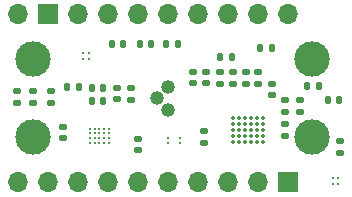
<source format=gts>
G04 #@! TF.GenerationSoftware,KiCad,Pcbnew,(6.0.8)*
G04 #@! TF.CreationDate,2022-11-24T15:47:20+02:00*
G04 #@! TF.ProjectId,sensor,73656e73-6f72-42e6-9b69-6361645f7063,rev?*
G04 #@! TF.SameCoordinates,Original*
G04 #@! TF.FileFunction,Soldermask,Top*
G04 #@! TF.FilePolarity,Negative*
%FSLAX46Y46*%
G04 Gerber Fmt 4.6, Leading zero omitted, Abs format (unit mm)*
G04 Created by KiCad (PCBNEW (6.0.8)) date 2022-11-24 15:47:20*
%MOMM*%
%LPD*%
G01*
G04 APERTURE LIST*
G04 Aperture macros list*
%AMRoundRect*
0 Rectangle with rounded corners*
0 $1 Rounding radius*
0 $2 $3 $4 $5 $6 $7 $8 $9 X,Y pos of 4 corners*
0 Add a 4 corners polygon primitive as box body*
4,1,4,$2,$3,$4,$5,$6,$7,$8,$9,$2,$3,0*
0 Add four circle primitives for the rounded corners*
1,1,$1+$1,$2,$3*
1,1,$1+$1,$4,$5*
1,1,$1+$1,$6,$7*
1,1,$1+$1,$8,$9*
0 Add four rect primitives between the rounded corners*
20,1,$1+$1,$2,$3,$4,$5,0*
20,1,$1+$1,$4,$5,$6,$7,0*
20,1,$1+$1,$6,$7,$8,$9,0*
20,1,$1+$1,$8,$9,$2,$3,0*%
G04 Aperture macros list end*
%ADD10RoundRect,0.140000X-0.140000X-0.170000X0.140000X-0.170000X0.140000X0.170000X-0.140000X0.170000X0*%
%ADD11RoundRect,0.140000X0.170000X-0.140000X0.170000X0.140000X-0.170000X0.140000X-0.170000X-0.140000X0*%
%ADD12RoundRect,0.140000X-0.170000X0.140000X-0.170000X-0.140000X0.170000X-0.140000X0.170000X0.140000X0*%
%ADD13C,0.306000*%
%ADD14RoundRect,0.135000X0.185000X-0.135000X0.185000X0.135000X-0.185000X0.135000X-0.185000X-0.135000X0*%
%ADD15O,1.700000X1.700000*%
%ADD16R,1.700000X1.700000*%
%ADD17RoundRect,0.135000X-0.135000X-0.185000X0.135000X-0.185000X0.135000X0.185000X-0.135000X0.185000X0*%
%ADD18RoundRect,0.135000X0.135000X0.185000X-0.135000X0.185000X-0.135000X-0.185000X0.135000X-0.185000X0*%
%ADD19RoundRect,0.140000X0.140000X0.170000X-0.140000X0.170000X-0.140000X-0.170000X0.140000X-0.170000X0*%
%ADD20C,0.216000*%
%ADD21C,0.340000*%
%ADD22C,0.250000*%
%ADD23C,3.000000*%
%ADD24C,1.192000*%
G04 APERTURE END LIST*
D10*
X135714800Y-77063600D03*
X136674800Y-77063600D03*
D11*
X150825200Y-76730800D03*
X150825200Y-75770800D03*
D12*
X155422600Y-78158400D03*
X155422600Y-79118400D03*
D11*
X148640800Y-76730800D03*
X148640800Y-75770800D03*
D13*
X137037000Y-74172000D03*
X137537000Y-74172000D03*
X137037000Y-74672000D03*
X137537000Y-74672000D03*
D14*
X134366000Y-78361000D03*
X134366000Y-77341000D03*
D11*
X149758400Y-76730800D03*
X149758400Y-75770800D03*
D10*
X157787400Y-78155800D03*
X158747400Y-78155800D03*
D11*
X154178000Y-81150400D03*
X154178000Y-80190400D03*
D15*
X131572000Y-70866000D03*
D16*
X134112000Y-70866000D03*
D15*
X136652000Y-70866000D03*
X139192000Y-70866000D03*
X141732000Y-70866000D03*
X144272000Y-70866000D03*
X146812000Y-70866000D03*
X149352000Y-70866000D03*
X151892000Y-70866000D03*
X154432000Y-70866000D03*
D17*
X152017000Y-73685400D03*
X153037000Y-73685400D03*
D18*
X145063400Y-73355200D03*
X144043400Y-73355200D03*
D14*
X141097000Y-78107000D03*
X141097000Y-77087000D03*
X147320000Y-81764600D03*
X147320000Y-80744600D03*
D12*
X151866600Y-75770800D03*
X151866600Y-76730800D03*
D11*
X153035000Y-77696000D03*
X153035000Y-76736000D03*
D12*
X154178000Y-78158400D03*
X154178000Y-79118400D03*
D11*
X147472400Y-76705400D03*
X147472400Y-75745400D03*
D19*
X138755000Y-77089000D03*
X137795000Y-77089000D03*
D11*
X141732000Y-82395000D03*
X141732000Y-81435000D03*
X135382000Y-81379000D03*
X135382000Y-80419000D03*
X146380200Y-76705400D03*
X146380200Y-75745400D03*
D13*
X158169800Y-84713000D03*
X158669800Y-84713000D03*
X158169800Y-85213000D03*
X158669800Y-85213000D03*
D14*
X131445000Y-78361000D03*
X131445000Y-77341000D03*
D18*
X149658800Y-74523600D03*
X148638800Y-74523600D03*
D11*
X139903200Y-78077000D03*
X139903200Y-77117000D03*
D20*
X139230000Y-81753000D03*
X138830000Y-81753000D03*
X138430000Y-81753000D03*
X138030000Y-81753000D03*
X137630000Y-81753000D03*
X139230000Y-81353000D03*
X138830000Y-81353000D03*
X138430000Y-81353000D03*
X138030000Y-81353000D03*
X137630000Y-81353000D03*
X139230000Y-80953000D03*
X138830000Y-80953000D03*
X138430000Y-80953000D03*
X138030000Y-80953000D03*
X137630000Y-80953000D03*
X139230000Y-80553000D03*
X138830000Y-80553000D03*
X138430000Y-80553000D03*
X138030000Y-80553000D03*
X137630000Y-80553000D03*
D10*
X156034800Y-76936600D03*
X156994800Y-76936600D03*
X139499400Y-73355200D03*
X140459400Y-73355200D03*
D11*
X158775400Y-82572800D03*
X158775400Y-81612800D03*
D21*
X149753000Y-79645000D03*
X150253000Y-79645000D03*
X150753000Y-79645000D03*
X151253000Y-79645000D03*
X151753000Y-79645000D03*
X152253000Y-79645000D03*
X149753000Y-80145000D03*
X150253000Y-80145000D03*
X150753000Y-80145000D03*
X151253000Y-80145000D03*
X151753000Y-80145000D03*
X152253000Y-80145000D03*
X149753000Y-80645000D03*
X150253000Y-80645000D03*
X150753000Y-80645000D03*
X151253000Y-80645000D03*
X151753000Y-80645000D03*
X152253000Y-80645000D03*
X149753000Y-81145000D03*
X150253000Y-81145000D03*
X150753000Y-81145000D03*
X151253000Y-81145000D03*
X151753000Y-81145000D03*
X152253000Y-81145000D03*
X149753000Y-81645000D03*
X150253000Y-81645000D03*
X150753000Y-81645000D03*
X151253000Y-81645000D03*
X151753000Y-81645000D03*
X152253000Y-81645000D03*
D10*
X141861600Y-73355200D03*
X142821600Y-73355200D03*
D22*
X144229200Y-81764400D03*
X145229200Y-81764400D03*
X145229200Y-81354400D03*
X144229200Y-81354400D03*
D15*
X131572000Y-85090000D03*
X134112000Y-85090000D03*
X136652000Y-85090000D03*
X139192000Y-85090000D03*
X141732000Y-85090000D03*
X144272000Y-85090000D03*
X146812000Y-85090000D03*
X149352000Y-85090000D03*
X151892000Y-85090000D03*
D16*
X154432000Y-85090000D03*
D19*
X138755000Y-78232000D03*
X137795000Y-78232000D03*
D14*
X132842000Y-78361000D03*
X132842000Y-77341000D03*
D23*
X132842000Y-74676000D03*
X156438600Y-81280000D03*
X156438600Y-74676000D03*
X132842000Y-81280000D03*
D24*
X144272000Y-78994000D03*
X144272000Y-76994000D03*
X143272000Y-77994000D03*
M02*

</source>
